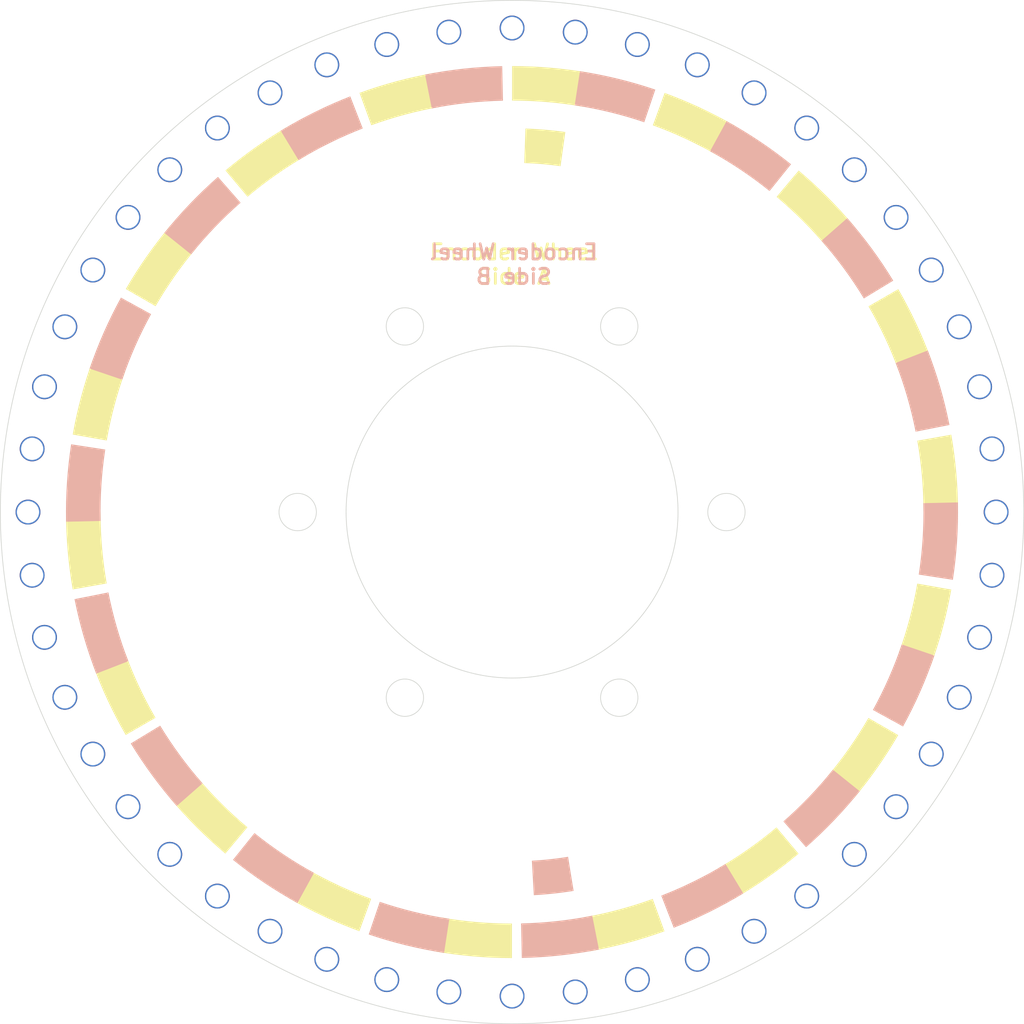
<source format=kicad_pcb>
(kicad_pcb (version 20240108) (generator "pcbnew") (generator_version "8.0")
  (title_block (title "Encoder Wheel 48") (date "${DATE}") (rev "3.0.1") (company "OpenFlap") (comment 1 "${GIT_TAG}") (comment 2 "Repo: github.com/ToonVanEyck/OpenFlap") (comment 3 "Designer: Toon Van Eyck"))
  (layers (0 "F.Cu" signal) (31 "B.Cu" signal) (34 "B.Paste" user) (35 "F.Paste" user) (36 "B.SilkS" user "B.Silkscreen") (37 "F.SilkS" user "F.Silkscreen") (38 "B.Mask" user) (39 "F.Mask" user) (44 "Edge.Cuts" user))
  (net 0 "")
  (footprint "EncoderPattern:OpenFlapEncoderPattern48_18_Inc_2.5mm" (layer "F.Cu") (at 101.045633 99.90235)
    (property "Reference" "REF**" (hide yes))
    (property "Value" "OpenFlapEncoderPattern48_18_Inc_2.5mm" (hide yes))
    (fp_poly (pts (xy -29.746797 0.662786) (xy -29.72536 1.317203) (xy -29.689896 1.967936) (xy -29.640574 2.614849) (xy -29.577563 3.257807) (xy -29.50103 3.896677) (xy -29.411144 4.531323) (xy -29.308072 5.16161) (xy -31.767869 5.595181) (xy -31.880146 4.911759) (xy -31.978107 4.223636) (xy -32.061553 3.530967) (xy -32.130287 2.833906) (xy -32.184111 2.132606) (xy -32.222827 1.427222) (xy -32.246238 0.717909) (xy -32.254147 0.004819) (xy -29.75404 0.004819)) (stroke (width -0.000001)) (fill solid) (layer "F.SilkS"))
    (fp_poly (pts (xy -27.972237 -10.173366) (xy -28.184781 -9.567767) (xy -28.384519 -8.956231) (xy -28.571308 -8.338922) (xy -28.745006 -7.716007) (xy -28.905467 -7.087651) (xy -29.05255 -6.454022) (xy -29.18611 -5.815284) (xy -29.306004 -5.171604) (xy -31.76632 -5.605174) (xy -31.635853 -6.302684) (xy -31.490516 -6.994845) (xy -31.33047 -7.681489) (xy -31.155877 -8.362447) (xy -30.966896 -9.037549) (xy -30.763691 -9.706626) (xy -30.546421 -10.369508) (xy -30.315247 -11.026027)) (stroke (width -0.000001)) (fill solid) (layer "F.SilkS"))
    (fp_poly (pts (xy -27.7395 10.793947) (xy -27.496949 11.397892) (xy -27.241657 11.995197) (xy -26.973796 12.585695) (xy -26.693539 13.169218) (xy -26.401059 13.745599) (xy -26.096529 14.314669) (xy -25.780121 14.876263) (xy -27.935029 16.120114) (xy -28.278577 15.511543) (xy -28.609225 14.894937) (xy -28.926793 14.270468) (xy -29.231102 13.638308) (xy -29.521971 12.998629) (xy -29.799221 12.351602) (xy -30.062672 11.697398) (xy -30.312146 11.036191) (xy -27.969136 10.183529)) (stroke (width -0.000001)) (fill solid) (layer "F.SilkS"))
    (fp_poly (pts (xy -22.801487 -19.122692) (xy -23.211897 -18.622993) (xy -23.611633 -18.114349) (xy -24.0005 -17.596911) (xy -24.378303 -17.070832) (xy -24.744845 -16.536264) (xy -25.099932 -15.993361) (xy -25.443367 -15.442275) (xy -25.774956 -14.883159) (xy -27.92986 -16.127529) (xy -27.570134 -16.733044) (xy -27.197607 -17.329911) (xy -26.812487 -17.91796) (xy -26.414982 -18.497021) (xy -26.005298 -19.066926) (xy -25.583644 -19.627506) (xy -25.150227 -20.178591) (xy -24.705254 -20.720012)) (stroke (width -0.000001)) (fill solid) (layer "F.SilkS"))
    (fp_poly (pts (xy -22.373104 19.623972) (xy -21.940472 20.106169) (xy -21.497569 20.578764) (xy -21.044569 21.041596) (xy -20.581645 21.494503) (xy -20.108968 21.937324) (xy -19.626711 22.369896) (xy -19.135048 22.792058) (xy -20.73185 24.69582) (xy -21.264568 24.23816) (xy -21.787114 23.76922) (xy -22.299306 23.289187) (xy -22.800961 22.798247) (xy -23.291894 22.296586) (xy -23.771922 21.78439) (xy -24.240863 21.261845) (xy -24.698533 20.729138) (xy -22.795292 19.132336)) (stroke (width -0.000001)) (fill solid) (layer "F.SilkS"))
    (fp_poly (pts (xy -14.887764 -25.769832) (xy -15.446817 -25.438317) (xy -15.997834 -25.094997) (xy -16.540666 -24.740056) (xy -17.075162 -24.373676) (xy -17.601173 -23.996039) (xy -18.118546 -23.607326) (xy -18.627133 -23.207721) (xy -19.126782 -22.797405) (xy -20.724099 -24.700645) (xy -20.182722 -25.14558) (xy -19.631696 -25.578989) (xy -19.071187 -26.000656) (xy -18.501357 -26.410363) (xy -17.922373 -26.807894) (xy -17.334397 -27.19303) (xy -16.737596 -27.565556) (xy -16.132134 -27.925254)) (stroke (width -0.000001)) (fill solid) (layer "F.SilkS"))
    (fp_poly (pts (xy -14.318476 26.09277) (xy -13.749467 26.397294) (xy -13.173151 26.689772) (xy -12.589695 26.970029) (xy -11.999265 27.237893) (xy -11.402027 27.49319) (xy -10.798148 27.735747) (xy -10.187794 27.96539) (xy -11.040455 30.308911) (xy -11.701566 30.059424) (xy -12.355696 29.795907) (xy -13.002666 29.518557) (xy -13.642298 29.227575) (xy -14.274413 28.923157) (xy -14.898831 28.605503) (xy -15.515375 28.274811) (xy -16.123864 27.931279) (xy -14.880013 25.776372)) (stroke (width -0.000001)) (fill solid) (layer "F.SilkS"))
    (fp_poly (pts (xy -5.176213 -29.301402) (xy -5.820015 -29.181458) (xy -6.458831 -29.047791) (xy -7.092507 -28.900561) (xy -7.720893 -28.739929) (xy -8.343837 -28.566056) (xy -8.961185 -28.379102) (xy -9.572787 -28.179228) (xy -10.17849 -27.966594) (xy -11.03167 -30.310127) (xy -10.375065 -30.541346) (xy -9.712062 -30.758683) (xy -9.042841 -30.961969) (xy -8.367583 -31.151034) (xy -7.686467 -31.32571) (xy -6.999675 -31.485828) (xy -6.307386 -31.631219) (xy -5.60978 -31.761714)) (stroke (width -0.000001)) (fill solid) (layer "F.SilkS"))
    (fp_poly (pts (xy -4.53591 29.407467) (xy -3.901074 29.497437) (xy -3.262018 29.574058) (xy -2.618873 29.637157) (xy -1.971773 29.686557) (xy -1.320848 29.722082) (xy -0.66623 29.743557) (xy -0.008051 29.750805) (xy -0.008051 32.250912) (xy -0.721449 32.243025) (xy -1.431036 32.219645) (xy -2.136667 32.180962) (xy -2.8382 32.127165) (xy -3.535491 32.058445) (xy -4.228397 31.97499) (xy -4.916773 31.876991) (xy -5.600476 31.764638) (xy -5.166394 29.304326)) (stroke (width -0.000001)) (fill solid) (layer "F.SilkS"))
    (fp_poly (pts (xy 0.714844 -32.241108) (xy 1.424157 -32.217752) (xy 2.129544 -32.17913) (xy 2.830847 -32.125422) (xy 3.527913 -32.056804) (xy 4.220584 -31.973453) (xy 4.908706 -31.875547) (xy 5.592123 -31.763263) (xy 5.158552 -29.302432) (xy 4.528296 -29.405569) (xy 3.893654 -29.495579) (xy 3.25477 -29.572276) (xy 2.611787 -29.635469) (xy 1.964851 -29.68497) (xy 1.314105 -29.72059) (xy 0.659693 -29.74214) (xy 0.00176 -29.749431) (xy 0.00176 -32.249023)) (stroke (width -0.000001)) (fill solid) (layer "F.SilkS"))
    (fp_poly (pts (xy 11.023313 30.312016) (xy 10.366827 30.543181) (xy 9.703947 30.760445) (xy 9.034853 30.963645) (xy 8.359724 31.152623) (xy 7.678739 31.327216) (xy 6.992079 31.487266) (xy 6.299924 31.63261) (xy 5.602453 31.763089) (xy 5.168371 29.302777) (xy 5.812164 29.182848) (xy 6.450978 29.049236) (xy 7.08466 28.90209) (xy 7.713053 28.741556) (xy 8.336004 28.567781) (xy 8.953357 28.380913) (xy 9.564958 28.1811) (xy 10.170652 27.968487)) (stroke (width -0.000001)) (fill solid) (layer "F.SilkS"))
    (fp_poly (pts (xy 11.693711 -30.057524) (xy 12.347785 -29.794006) (xy 12.99467 -29.516663) (xy 13.634202 -29.22569) (xy 14.266215 -28.921281) (xy 14.890547 -28.603632) (xy 15.507032 -28.272936) (xy 16.115507 -27.929389) (xy 14.871656 -25.774482) (xy 14.310119 -26.090879) (xy 13.74111 -26.395403) (xy 13.164794 -26.68788) (xy 12.581337 -26.968138) (xy 11.990907 -27.236001) (xy 11.393669 -27.491297) (xy 10.789789 -27.733852) (xy 10.179433 -27.963493) (xy 11.032613 -30.307022)) (stroke (width -0.000001)) (fill solid) (layer "F.SilkS"))
    (fp_poly (pts (xy 20.716779 24.701504) (xy 20.175385 25.146438) (xy 19.624302 25.579791) (xy 19.063707 26.001365) (xy 18.49378 26.410962) (xy 17.914697 26.808382) (xy 17.326637 27.193427) (xy 16.729777 27.565897) (xy 16.124296 27.925595) (xy 14.880437 25.771206) (xy 15.439484 25.439655) (xy 15.990502 25.096275) (xy 16.533339 24.741256) (xy 17.067843 24.37479) (xy 17.59386 23.997066) (xy 18.111236 23.608276) (xy 18.61982 23.208611) (xy 19.119459 22.79826)) (stroke (width -0.000001)) (fill solid) (layer "F.SilkS"))
    (fp_poly (pts (xy 21.256669 -24.236312) (xy 21.779148 -23.767429) (xy 22.291269 -23.287463) (xy 22.79285 -22.796596) (xy 23.283712 -22.29501) (xy 23.763674 -21.782887) (xy 24.232555 -21.260411) (xy 24.690176 -20.727764) (xy 22.786932 -19.130443) (xy 22.364737 -19.622112) (xy 21.932105 -20.10437) (xy 21.489207 -20.577046) (xy 21.036213 -21.039968) (xy 20.573294 -21.492964) (xy 20.100621 -21.935863) (xy 19.618363 -22.368493) (xy 19.126691 -22.790683) (xy 20.724012 -24.693927)) (stroke (width -0.000001)) (fill solid) (layer "F.SilkS"))
    (fp_poly (pts (xy 27.921506 16.128384) (xy 27.561819 16.733892) (xy 27.189352 17.330757) (xy 26.804306 17.918808) (xy 26.406882 18.497874) (xy 25.99728 19.067784) (xy 25.575701 19.628367) (xy 25.142346 20.179452) (xy 24.697416 20.720868) (xy 22.794172 19.123547) (xy 23.204504 18.623899) (xy 23.604166 18.115313) (xy 23.992964 17.59794) (xy 24.370701 17.07193) (xy 24.737181 16.537433) (xy 25.092208 15.994601) (xy 25.435586 15.443584) (xy 25.767118 14.884534)) (stroke (width -0.000001)) (fill solid) (layer "F.SilkS"))
    (fp_poly (pts (xy 28.26916 -15.510826) (xy 28.599846 -14.894344) (xy 28.917498 -14.26999) (xy 29.221918 -13.637942) (xy 29.512905 -12.998377) (xy 29.79026 -12.351475) (xy 30.053782 -11.697411) (xy 30.303274 -11.036365) (xy 27.960264 -10.183185) (xy 27.730613 -10.79357) (xy 27.48806 -11.397456) (xy 27.232773 -11.994685) (xy 26.964921 -12.585098) (xy 26.684673 -13.168535) (xy 26.392198 -13.744839) (xy 26.087666 -14.313849) (xy 25.771245 -14.875408) (xy 27.925642 -16.119258)) (stroke (width -0.000001)) (fill solid) (layer "F.SilkS"))
    (fp_poly (pts (xy 31.757963 5.605) (xy 31.627506 6.302679) (xy 31.482182 6.995036) (xy 31.322149 7.681892) (xy 31.147565 8.363067) (xy 30.958589 9.038385) (xy 30.755379 9.707665) (xy 30.538093 10.37073) (xy 30.30689 11.027402) (xy 27.96388 10.17474) (xy 28.176495 9.56896) (xy 28.376315 8.957237) (xy 28.56319 8.33974) (xy 28.73697 7.716632) (xy 28.897508 7.088082) (xy 29.044652 6.454254) (xy 29.178253 5.815314) (xy 29.298162 5.171429)) (stroke (width -0.000001)) (fill solid) (layer "F.SilkS"))
    (fp_poly (pts (xy 31.871817 -4.911933) (xy 31.969788 -4.223812) (xy 32.053232 -3.531144) (xy 32.121956 -2.834084) (xy 32.175767 -2.132786) (xy 32.214471 -1.427403) (xy 32.237875 -0.71809) (xy 32.245786 -0.005) (xy 29.745679 -0.005) (xy 29.738393 -0.662969) (xy 29.716895 -1.317386) (xy 29.681359 -1.968117) (xy 29.631959 -2.615027) (xy 29.56887 -3.257983) (xy 29.492264 -3.89685) (xy 29.402316 -4.531496) (xy 29.2992 -5.161785) (xy 31.759511 -5.595355)) (stroke (width -0.000001)) (fill solid) (layer "F.SilkS"))
    (fp_poly (pts (xy 0.968633 -27.731983) (xy 1.333686 -27.717005) (xy 1.697516 -27.697346) (xy 2.060093 -27.67303) (xy 2.421389 -27.644079) (xy 2.781377 -27.610516) (xy 3.140028 -27.572365) (xy 3.497315 -27.529647) (xy 3.853208 -27.482387) (xy 3.505422 -25.007602) (xy 3.181715 -25.050368) (xy 2.85673 -25.089054) (xy 2.530492 -25.123633) (xy 2.203022 -25.154077) (xy 1.874345 -25.180358) (xy 1.544484 -25.202449) (xy 1.213461 -25.220321) (xy 0.881299 -25.233947) (xy 0.968633 -27.731986)) (stroke (width -0.000001)) (fill solid) (layer "F.SilkS"))
  )
  (footprint "EncoderPattern:OpenFlapEncoderPattern48_18_Inc_2.5mm" (layer "B.Cu") (at 101.045633 99.90235 1.25)
    (property "Reference" "REF**" (hide yes))
    (property "Value" "OpenFlapEncoderPattern48_18_Inc_2.5mm" (hide yes))
    (fp_poly (pts (xy -29.746797 -0.662786) (xy -29.72536 -1.317203) (xy -29.689896 -1.967936) (xy -29.640574 -2.614849) (xy -29.577563 -3.257806) (xy -29.50103 -3.896677) (xy -29.411145 -4.531323) (xy -29.308072 -5.16161) (xy -31.767869 -5.595181) (xy -31.880146 -4.91176) (xy -31.978107 -4.223637) (xy -32.061553 -3.530967) (xy -32.130287 -2.833906) (xy -32.184111 -2.132606) (xy -32.222827 -1.427222) (xy -32.246238 -0.71791) (xy -32.254146 -0.004819) (xy -29.754041 -0.004818)) (stroke (width -0.000001)) (fill solid) (layer "B.SilkS"))
    (fp_poly (pts (xy -27.7395 -10.793948) (xy -27.496949 -11.397892) (xy -27.241657 -11.995197) (xy -26.973796 -12.585695) (xy -26.693539 -13.169218) (xy -26.401059 -13.745599) (xy -26.096529 -14.314669) (xy -25.780121 -14.876263) (xy -27.935029 -16.120114) (xy -28.278577 -15.511543) (xy -28.609225 -14.894937) (xy -28.926793 -14.270469) (xy -29.231102 -13.638309) (xy -29.521971 -12.998629) (xy -29.799221 -12.351602) (xy -30.062672 -11.697397) (xy -30.312145 -11.036191) (xy -27.969136 -10.183529)) (stroke (width -0.000001)) (fill solid) (layer "B.SilkS"))
    (fp_poly (pts (xy -27.972237 10.173366) (xy -28.184781 9.567766) (xy -28.384519 8.956231) (xy -28.571308 8.338922) (xy -28.745006 7.716007) (xy -28.905467 7.087651) (xy -29.05255 6.454023) (xy -29.18611 5.815283) (xy -29.306004 5.171605) (xy -31.76632 5.605174) (xy -31.635853 6.302684) (xy -31.490516 6.994845) (xy -31.33047 7.681489) (xy -31.155877 8.362447) (xy -30.966896 9.037548) (xy -30.763691 9.706627) (xy -30.546421 10.369508) (xy -30.315247 11.026027)) (stroke (width -0.000001)) (fill solid) (layer "B.SilkS"))
    (fp_poly (pts (xy -22.373105 -19.623972) (xy -21.940471 -20.106169) (xy -21.497568 -20.578764) (xy -21.044569 -21.041596) (xy -20.581645 -21.494502) (xy -20.108967 -21.937324) (xy -19.626711 -22.369896) (xy -19.135052 -22.792058) (xy -20.731849 -24.69582) (xy -21.264569 -24.23816) (xy -21.787114 -23.76922) (xy -22.299306 -23.289187) (xy -22.800961 -22.798247) (xy -23.291894 -22.296586) (xy -23.771922 -21.78439) (xy -24.240863 -21.261845) (xy -24.698533 -20.729139) (xy -22.795292 -19.132337)) (stroke (width -0.000001)) (fill solid) (layer "B.SilkS"))
    (fp_poly (pts (xy -22.801487 19.122692) (xy -23.211897 18.622993) (xy -23.611632 18.114349) (xy -24.0005 17.596911) (xy -24.378303 17.070832) (xy -24.744845 16.536264) (xy -25.099932 15.993362) (xy -25.443367 15.442275) (xy -25.774956 14.883159) (xy -27.92986 16.127529) (xy -27.570133 16.733044) (xy -27.197607 17.329911) (xy -26.812487 17.91796) (xy -26.414981 18.497021) (xy -26.005298 19.066926) (xy -25.583644 19.627507) (xy -25.150228 20.178591) (xy -24.705254 20.720012)) (stroke (width -0.000001)) (fill solid) (layer "B.SilkS"))
    (fp_poly (pts (xy -14.318477 -26.092769) (xy -13.749467 -26.397294) (xy -13.173152 -26.689771) (xy -12.589696 -26.970029) (xy -11.999265 -27.237893) (xy -11.402028 -27.49319) (xy -10.798149 -27.735747) (xy -10.187795 -27.965391) (xy -11.040455 -30.308911) (xy -11.701566 -30.059424) (xy -12.355696 -29.795907) (xy -13.002666 -29.518557) (xy -13.642297 -29.227575) (xy -14.274413 -28.923157) (xy -14.898831 -28.605503) (xy -15.515375 -28.274811) (xy -16.123864 -27.931279) (xy -14.880012 -25.776373)) (stroke (width -0.000001)) (fill solid) (layer "B.SilkS"))
    (fp_poly (pts (xy -14.887764 25.769832) (xy -15.446817 25.438317) (xy -15.997834 25.094997) (xy -16.540666 24.740057) (xy -17.075161 24.373677) (xy -17.601172 23.996039) (xy -18.118546 23.607326) (xy -18.627134 23.207721) (xy -19.126782 22.797405) (xy -20.724099 24.700645) (xy -20.182722 25.14558) (xy -19.631696 25.578989) (xy -19.071187 26.000657) (xy -18.501357 26.410363) (xy -17.922373 26.807894) (xy -17.334397 27.19303) (xy -16.737597 27.565555) (xy -16.132133 27.925254)) (stroke (width -0.000001)) (fill solid) (layer "B.SilkS"))
    (fp_poly (pts (xy -4.535911 -29.407467) (xy -3.901074 -29.497437) (xy -3.262019 -29.574058) (xy -2.618873 -29.637156) (xy -1.971773 -29.686557) (xy -1.320849 -29.722082) (xy -0.66623 -29.743557) (xy -0.008051 -29.750806) (xy -0.008051 -32.250911) (xy -0.721449 -32.243025) (xy -1.431036 -32.219645) (xy -2.136666 -32.180962) (xy -2.8382 -32.127165) (xy -3.535491 -32.058445) (xy -4.228398 -31.97499) (xy -4.916773 -31.876992) (xy -5.600477 -31.764638) (xy -5.166394 -29.304326)) (stroke (width -0.000001)) (fill solid) (layer "B.SilkS"))
    (fp_poly (pts (xy -5.176213 29.301402) (xy -5.820015 29.181457) (xy -6.458831 29.047791) (xy -7.092507 28.900561) (xy -7.720893 28.739929) (xy -8.343838 28.566056) (xy -8.961185 28.379102) (xy -9.572787 28.179229) (xy -10.17849 27.966594) (xy -11.03167 30.310126) (xy -10.375065 30.541345) (xy -9.712061 30.758683) (xy -9.042841 30.961969) (xy -8.367583 31.151034) (xy -7.686467 31.32571) (xy -6.999674 31.485828) (xy -6.307385 31.631218) (xy -5.60978 31.761714)) (stroke (width -0.000001)) (fill solid) (layer "B.SilkS"))
    (fp_poly (pts (xy 0.714844 32.241109) (xy 1.424157 32.217752) (xy 2.129544 32.17913) (xy 2.830847 32.125423) (xy 3.527913 32.056805) (xy 4.220583 31.973453) (xy 4.908706 31.875547) (xy 5.592124 31.763262) (xy 5.158551 29.302432) (xy 4.528297 29.405569) (xy 3.893654 29.495579) (xy 3.254771 29.572276) (xy 2.611787 29.635469) (xy 1.964851 29.68497) (xy 1.314104 29.72059) (xy 0.659693 29.74214) (xy 0.00176 29.749431) (xy 0.00176 32.249023)) (stroke (width -0.000001)) (fill solid) (layer "B.SilkS"))
    (fp_poly (pts (xy 11.023313 -30.312016) (xy 10.366827 -30.54318) (xy 9.703947 -30.760445) (xy 9.034853 -30.963645) (xy 8.359724 -31.152623) (xy 7.678739 -31.327215) (xy 6.992079 -31.487266) (xy 6.299924 -31.632611) (xy 5.602452 -31.763089) (xy 5.168372 -29.302777) (xy 5.812164 -29.182848) (xy 6.450978 -29.049236) (xy 7.084661 -28.90209) (xy 7.713053 -28.741556) (xy 8.336005 -28.56778) (xy 8.953357 -28.380913) (xy 9.564958 -28.1811) (xy 10.170653 -27.968487)) (stroke (width -0.000001)) (fill solid) (layer "B.SilkS"))
    (fp_poly (pts (xy 11.693711 30.057524) (xy 12.347785 29.794006) (xy 12.994671 29.516662) (xy 13.634203 29.225689) (xy 14.266215 28.921281) (xy 14.890547 28.603631) (xy 15.507032 28.272935) (xy 16.115507 27.929389) (xy 14.871657 25.774482) (xy 14.310119 26.09088) (xy 13.74111 26.395403) (xy 13.164794 26.68788) (xy 12.581337 26.968138) (xy 11.990907 27.236001) (xy 11.393669 27.491298) (xy 10.789789 27.733853) (xy 10.179433 27.963493) (xy 11.032613 30.307022)) (stroke (width -0.000001)) (fill solid) (layer "B.SilkS"))
    (fp_poly (pts (xy 20.71678 -24.701504) (xy 20.175385 -25.146437) (xy 19.624302 -25.579791) (xy 19.063707 -26.001365) (xy 18.49378 -26.410962) (xy 17.914697 -26.808382) (xy 17.326637 -27.193427) (xy 16.729776 -27.565897) (xy 16.124296 -27.925595) (xy 14.880437 -25.771206) (xy 15.439484 -25.439655) (xy 15.990502 -25.096275) (xy 16.533338 -24.741256) (xy 17.067843 -24.37479) (xy 17.59386 -23.997067) (xy 18.111237 -23.608276) (xy 18.61982 -23.208612) (xy 19.119458 -22.79826)) (stroke (width -0.000001)) (fill solid) (layer "B.SilkS"))
    (fp_poly (pts (xy 21.256668 24.236312) (xy 21.779148 23.76743) (xy 22.291269 23.287463) (xy 22.79285 22.796596) (xy 23.283712 22.29501) (xy 23.763674 21.782888) (xy 24.232555 21.260412) (xy 24.690176 20.727764) (xy 22.786932 19.130443) (xy 22.364737 19.622112) (xy 21.932105 20.10437) (xy 21.489207 20.577045) (xy 21.036214 21.039969) (xy 20.573294 21.492964) (xy 20.100621 21.935863) (xy 19.618364 22.368492) (xy 19.126691 22.790683) (xy 20.724012 24.693926)) (stroke (width -0.000001)) (fill solid) (layer "B.SilkS"))
    (fp_poly (pts (xy 27.921506 -16.128384) (xy 27.561819 -16.733892) (xy 27.189352 -17.330757) (xy 26.804306 -17.918808) (xy 26.406882 -18.497874) (xy 25.99728 -19.067784) (xy 25.575701 -19.628367) (xy 25.142347 -20.179452) (xy 24.697416 -20.720868) (xy 22.794172 -19.123547) (xy 23.204503 -18.623898) (xy 23.604166 -18.115313) (xy 23.992965 -17.59794) (xy 24.370701 -17.07193) (xy 24.737181 -16.537434) (xy 25.092208 -15.994601) (xy 25.435586 -15.443584) (xy 25.767118 -14.884533)) (stroke (width -0.000001)) (fill solid) (layer "B.SilkS"))
    (fp_poly (pts (xy 28.26916 15.510827) (xy 28.599846 14.894344) (xy 28.917497 14.269991) (xy 29.221918 13.637942) (xy 29.512904 12.998378) (xy 29.79026 12.351474) (xy 30.053781 11.69741) (xy 30.303273 11.036366) (xy 27.960264 10.183184) (xy 27.730614 10.793571) (xy 27.48806 11.397456) (xy 27.232773 11.994685) (xy 26.964921 12.585098) (xy 26.684673 13.168535) (xy 26.392199 13.744839) (xy 26.087666 14.313849) (xy 25.771246 14.875408) (xy 27.925642 16.119259)) (stroke (width -0.000001)) (fill solid) (layer "B.SilkS"))
    (fp_poly (pts (xy 31.757963 -5.605) (xy 31.627507 -6.302679) (xy 31.482182 -6.995036) (xy 31.322149 -7.681892) (xy 31.147566 -8.363067) (xy 30.958589 -9.038385) (xy 30.755379 -9.707665) (xy 30.538094 -10.37073) (xy 30.30689 -11.027402) (xy 27.96388 -10.174739) (xy 28.176495 -9.56896) (xy 28.376315 -8.957237) (xy 28.56319 -8.33974) (xy 28.73697 -7.716633) (xy 28.897508 -7.088082) (xy 29.044652 -6.454254) (xy 29.178253 -5.815315) (xy 29.298162 -5.17143)) (stroke (width -0.000001)) (fill solid) (layer "B.SilkS"))
    (fp_poly (pts (xy 31.871817 4.911933) (xy 31.969788 4.223811) (xy 32.053232 3.531144) (xy 32.121956 2.834084) (xy 32.175767 2.132786) (xy 32.214471 1.427403) (xy 32.237875 0.718089) (xy 32.245786 0.005) (xy 29.74568 0.005) (xy 29.738393 0.662969) (xy 29.716895 1.317385) (xy 29.681359 1.968117) (xy 29.631959 2.615027) (xy 29.56887 3.257983) (xy 29.492264 3.896851) (xy 29.402317 4.531496) (xy 29.299201 5.161785) (xy 31.759511 5.595355)) (stroke (width -0.000001)) (fill solid) (layer "B.SilkS"))
    (fp_poly (pts (xy 0.968632 27.731983) (xy 1.333685 27.717005) (xy 1.697517 27.697346) (xy 2.060093 27.673029) (xy 2.421389 27.644079) (xy 2.781378 27.610516) (xy 3.140028 27.572365) (xy 3.497315 27.529647) (xy 3.853208 27.482386) (xy 3.505422 25.007603) (xy 3.181714 25.050368) (xy 2.85673 25.089054) (xy 2.530492 25.123633) (xy 2.203022 25.154077) (xy 1.874345 25.180358) (xy 1.544484 25.202448) (xy 1.213461 25.22032) (xy 0.881299 25.233946) (xy 0.968632 27.731986)) (stroke (width -0.000001)) (fill solid) (layer "B.SilkS"))
  )
  (gr_circle (center 93.295633 86.478956) (end 93.295633 87.828956) (stroke (width 0.05)) (fill none) (layer "Edge.Cuts"))
  (gr_circle (center 93.295633 113.325744) (end 93.295633 114.675744) (stroke (width 0.05)) (fill none) (layer "Edge.Cuts"))
  (gr_circle (center 85.545633 99.90235) (end 85.545633 101.25235) (stroke (width 0.05)) (fill none) (layer "Edge.Cuts"))
  (gr_circle (center 108.795633 86.478956) (end 108.795633 87.828956) (stroke (width 0.05)) (fill none) (layer "Edge.Cuts"))
  (gr_circle (center 116.545633 99.90235) (end 116.545633 101.25235) (stroke (width 0.05)) (fill none) (layer "Edge.Cuts"))
  (gr_circle (center 101.045633 99.90235) (end 101.045633 136.90235) (stroke (width 0.05)) (fill none) (layer "Edge.Cuts"))
  (gr_circle (center 108.795633 113.325744) (end 108.795633 114.675744) (stroke (width 0.05)) (fill none) (layer "Edge.Cuts"))
  (gr_circle (center 101.045633 99.90235) (end 101.045633 111.90235) (stroke (width 0.05)) (fill none) (layer "Edge.Cuts"))
  (gr_text "Encoder Wheel\nSide B" (at 101.172633 83.51935 0) (layer "B.SilkS") (effects (font (size 1.1 1.1) (thickness 0.2) (bold yes)) (justify bottom mirror)))
  (gr_text "Encoder Wheel\nSide A" (at 101.172633 83.51935 0) (layer "F.SilkS") (effects (font (size 1.1 1.1) (thickness 0.2) (bold yes)) (justify bottom)))
  (via (at 122.352283 127.669717) (size 1.8) (drill 1.6) (layers "F.Cu" "B.Cu") (net 0))
  (via (at 66.345063 95.333933) (size 1.8) (drill 1.6) (layers "F.Cu" "B.Cu") (net 0))
  (via (at 135.746203 95.333933) (size 1.8) (drill 1.6) (layers "F.Cu" "B.Cu") (net 0))
  (via (at 133.381417 113.29627) (size 1.8) (drill 1.6) (layers "F.Cu" "B.Cu") (net 0))
  (via (at 68.709849 86.50843) (size 1.8) (drill 1.6) (layers "F.Cu" "B.Cu") (net 0))
  (via (at 110.1043 133.709754) (size 1.8) (drill 1.6) (layers "F.Cu" "B.Cu") (net 0))
  (via (at 66.045633 99.90235) (size 1.8) (drill 1.6) (layers "F.Cu" "B.Cu") (net 0))
  (via (at 131.356522 117.40235) (size 1.8) (drill 1.6) (layers "F.Cu" "B.Cu") (net 0))
  (via (at 125.79437 124.651087) (size 1.8) (drill 1.6) (layers "F.Cu" "B.Cu") (net 0))
  (via (at 70.734744 117.40235) (size 1.8) (drill 1.6) (layers "F.Cu" "B.Cu") (net 0))
  (via (at 114.439553 67.566566) (size 1.8) (drill 1.6) (layers "F.Cu" "B.Cu") (net 0))
  (via (at 110.1043 66.094946) (size 1.8) (drill 1.6) (layers "F.Cu" "B.Cu") (net 0))
  (via (at 133.381417 86.50843) (size 1.8) (drill 1.6) (layers "F.Cu" "B.Cu") (net 0))
  (via (at 87.651713 67.566566) (size 1.8) (drill 1.6) (layers "F.Cu" "B.Cu") (net 0))
  (via (at 125.79437 75.153613) (size 1.8) (drill 1.6) (layers "F.Cu" "B.Cu") (net 0))
  (via (at 79.738983 72.134983) (size 1.8) (drill 1.6) (layers "F.Cu" "B.Cu") (net 0))
  (via (at 83.545633 69.591461) (size 1.8) (drill 1.6) (layers "F.Cu" "B.Cu") (net 0))
  (via (at 96.477216 134.60292) (size 1.8) (drill 1.6) (layers "F.Cu" "B.Cu") (net 0))
  (via (at 68.709849 113.29627) (size 1.8) (drill 1.6) (layers "F.Cu" "B.Cu") (net 0))
  (via (at 73.278266 78.5957) (size 1.8) (drill 1.6) (layers "F.Cu" "B.Cu") (net 0))
  (via (at 96.477216 65.20178) (size 1.8) (drill 1.6) (layers "F.Cu" "B.Cu") (net 0))
  (via (at 87.651713 132.238134) (size 1.8) (drill 1.6) (layers "F.Cu" "B.Cu") (net 0))
  (via (at 67.238229 90.843683) (size 1.8) (drill 1.6) (layers "F.Cu" "B.Cu") (net 0))
  (via (at 134.853037 108.961017) (size 1.8) (drill 1.6) (layers "F.Cu" "B.Cu") (net 0))
  (via (at 128.813 121.209) (size 1.8) (drill 1.6) (layers "F.Cu" "B.Cu") (net 0))
  (via (at 128.813 78.5957) (size 1.8) (drill 1.6) (layers "F.Cu" "B.Cu") (net 0))
  (via (at 135.746203 104.470767) (size 1.8) (drill 1.6) (layers "F.Cu" "B.Cu") (net 0))
  (via (at 114.439553 132.238134) (size 1.8) (drill 1.6) (layers "F.Cu" "B.Cu") (net 0))
  (via (at 91.986966 133.709754) (size 1.8) (drill 1.6) (layers "F.Cu" "B.Cu") (net 0))
  (via (at 134.853037 90.843683) (size 1.8) (drill 1.6) (layers "F.Cu" "B.Cu") (net 0))
  (via (at 79.738983 127.669717) (size 1.8) (drill 1.6) (layers "F.Cu" "B.Cu") (net 0))
  (via (at 122.352283 72.134983) (size 1.8) (drill 1.6) (layers "F.Cu" "B.Cu") (net 0))
  (via (at 105.61405 65.20178) (size 1.8) (drill 1.6) (layers "F.Cu" "B.Cu") (net 0))
  (via (at 91.986966 66.094946) (size 1.8) (drill 1.6) (layers "F.Cu" "B.Cu") (net 0))
  (via (at 83.545633 130.213239) (size 1.8) (drill 1.6) (layers "F.Cu" "B.Cu") (net 0))
  (via (at 131.356522 82.40235) (size 1.8) (drill 1.6) (layers "F.Cu" "B.Cu") (net 0))
  (via (at 76.296896 124.651087) (size 1.8) (drill 1.6) (layers "F.Cu" "B.Cu") (net 0))
  (via (at 118.545633 130.213239) (size 1.8) (drill 1.6) (layers "F.Cu" "B.Cu") (net 0))
  (via (at 73.278266 121.209) (size 1.8) (drill 1.6) (layers "F.Cu" "B.Cu") (net 0))
  (via (at 118.545633 69.591461) (size 1.8) (drill 1.6) (layers "F.Cu" "B.Cu") (net 0))
  (via (at 67.238229 108.961017) (size 1.8) (drill 1.6) (layers "F.Cu" "B.Cu") (net 0))
  (via (at 66.345063 104.470767) (size 1.8) (drill 1.6) (layers "F.Cu" "B.Cu") (net 0))
  (via (at 76.296896 75.153613) (size 1.8) (drill 1.6) (layers "F.Cu" "B.Cu") (net 0))
  (via (at 101.045633 64.90235) (size 1.8) (drill 1.6) (layers "F.Cu" "B.Cu") (net 0))
  (via (at 105.61405 134.60292) (size 1.8) (drill 1.6) (layers "F.Cu" "B.Cu") (net 0))
  (via (at 101.045633 134.90235) (size 1.8) (drill 1.6) (layers "F.Cu" "B.Cu") (net 0))
  (via (at 136.045633 99.90235) (size 1.8) (drill 1.6) (layers "F.Cu" "B.Cu") (net 0))
  (via (at 70.734744 82.40235) (size 1.8) (drill 1.6) (layers "F.Cu" "B.Cu") (net 0))
)
</source>
